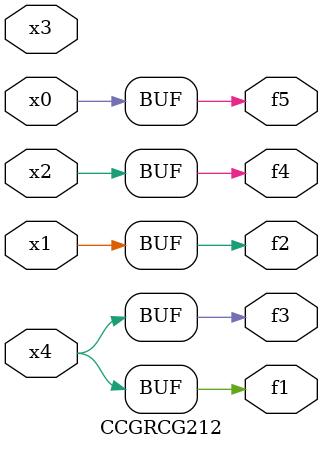
<source format=v>
module CCGRCG212(
	input x0, x1, x2, x3, x4,
	output f1, f2, f3, f4, f5
);
	assign f1 = x4;
	assign f2 = x1;
	assign f3 = x4;
	assign f4 = x2;
	assign f5 = x0;
endmodule

</source>
